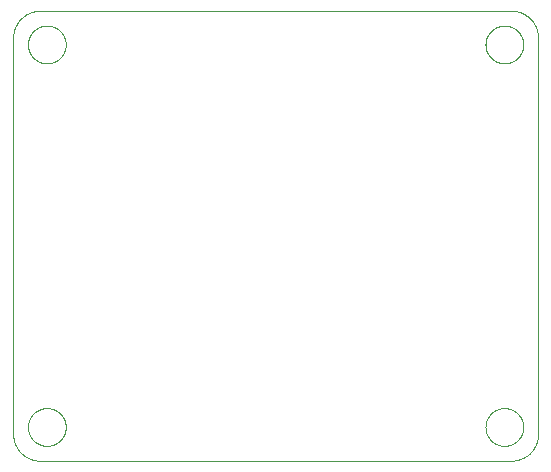
<source format=gbp>
G75*
%MOIN*%
%OFA0B0*%
%FSLAX25Y25*%
%IPPOS*%
%LPD*%
%AMOC8*
5,1,8,0,0,1.08239X$1,22.5*
%
%ADD10C,0.00000*%
D10*
X0079000Y0097500D02*
X0236000Y0097500D01*
X0236217Y0097503D01*
X0236435Y0097511D01*
X0236652Y0097524D01*
X0236869Y0097542D01*
X0237085Y0097566D01*
X0237300Y0097594D01*
X0237515Y0097628D01*
X0237729Y0097668D01*
X0237942Y0097712D01*
X0238154Y0097762D01*
X0238364Y0097816D01*
X0238574Y0097876D01*
X0238781Y0097940D01*
X0238987Y0098010D01*
X0239191Y0098085D01*
X0239394Y0098164D01*
X0239594Y0098249D01*
X0239793Y0098338D01*
X0239989Y0098432D01*
X0240183Y0098531D01*
X0240374Y0098634D01*
X0240563Y0098742D01*
X0240749Y0098855D01*
X0240932Y0098972D01*
X0241113Y0099093D01*
X0241290Y0099219D01*
X0241464Y0099349D01*
X0241636Y0099483D01*
X0241804Y0099621D01*
X0241968Y0099763D01*
X0242129Y0099910D01*
X0242287Y0100060D01*
X0242440Y0100213D01*
X0242590Y0100371D01*
X0242737Y0100532D01*
X0242879Y0100696D01*
X0243017Y0100864D01*
X0243151Y0101036D01*
X0243281Y0101210D01*
X0243407Y0101387D01*
X0243528Y0101568D01*
X0243645Y0101751D01*
X0243758Y0101937D01*
X0243866Y0102126D01*
X0243969Y0102317D01*
X0244068Y0102511D01*
X0244162Y0102707D01*
X0244251Y0102906D01*
X0244336Y0103106D01*
X0244415Y0103309D01*
X0244490Y0103513D01*
X0244560Y0103719D01*
X0244624Y0103926D01*
X0244684Y0104136D01*
X0244738Y0104346D01*
X0244788Y0104558D01*
X0244832Y0104771D01*
X0244872Y0104985D01*
X0244906Y0105200D01*
X0244934Y0105415D01*
X0244958Y0105631D01*
X0244976Y0105848D01*
X0244989Y0106065D01*
X0244997Y0106283D01*
X0245000Y0106500D01*
X0245000Y0238500D01*
X0244997Y0238717D01*
X0244989Y0238935D01*
X0244976Y0239152D01*
X0244958Y0239369D01*
X0244934Y0239585D01*
X0244906Y0239800D01*
X0244872Y0240015D01*
X0244832Y0240229D01*
X0244788Y0240442D01*
X0244738Y0240654D01*
X0244684Y0240864D01*
X0244624Y0241074D01*
X0244560Y0241281D01*
X0244490Y0241487D01*
X0244415Y0241691D01*
X0244336Y0241894D01*
X0244251Y0242094D01*
X0244162Y0242293D01*
X0244068Y0242489D01*
X0243969Y0242683D01*
X0243866Y0242874D01*
X0243758Y0243063D01*
X0243645Y0243249D01*
X0243528Y0243432D01*
X0243407Y0243613D01*
X0243281Y0243790D01*
X0243151Y0243964D01*
X0243017Y0244136D01*
X0242879Y0244304D01*
X0242737Y0244468D01*
X0242590Y0244629D01*
X0242440Y0244787D01*
X0242287Y0244940D01*
X0242129Y0245090D01*
X0241968Y0245237D01*
X0241804Y0245379D01*
X0241636Y0245517D01*
X0241464Y0245651D01*
X0241290Y0245781D01*
X0241113Y0245907D01*
X0240932Y0246028D01*
X0240749Y0246145D01*
X0240563Y0246258D01*
X0240374Y0246366D01*
X0240183Y0246469D01*
X0239989Y0246568D01*
X0239793Y0246662D01*
X0239594Y0246751D01*
X0239394Y0246836D01*
X0239191Y0246915D01*
X0238987Y0246990D01*
X0238781Y0247060D01*
X0238574Y0247124D01*
X0238364Y0247184D01*
X0238154Y0247238D01*
X0237942Y0247288D01*
X0237729Y0247332D01*
X0237515Y0247372D01*
X0237300Y0247406D01*
X0237085Y0247434D01*
X0236869Y0247458D01*
X0236652Y0247476D01*
X0236435Y0247489D01*
X0236217Y0247497D01*
X0236000Y0247500D01*
X0079000Y0247500D01*
X0078783Y0247497D01*
X0078565Y0247489D01*
X0078348Y0247476D01*
X0078131Y0247458D01*
X0077915Y0247434D01*
X0077700Y0247406D01*
X0077485Y0247372D01*
X0077271Y0247332D01*
X0077058Y0247288D01*
X0076846Y0247238D01*
X0076636Y0247184D01*
X0076426Y0247124D01*
X0076219Y0247060D01*
X0076013Y0246990D01*
X0075809Y0246915D01*
X0075606Y0246836D01*
X0075406Y0246751D01*
X0075207Y0246662D01*
X0075011Y0246568D01*
X0074817Y0246469D01*
X0074626Y0246366D01*
X0074437Y0246258D01*
X0074251Y0246145D01*
X0074068Y0246028D01*
X0073887Y0245907D01*
X0073710Y0245781D01*
X0073536Y0245651D01*
X0073364Y0245517D01*
X0073196Y0245379D01*
X0073032Y0245237D01*
X0072871Y0245090D01*
X0072713Y0244940D01*
X0072560Y0244787D01*
X0072410Y0244629D01*
X0072263Y0244468D01*
X0072121Y0244304D01*
X0071983Y0244136D01*
X0071849Y0243964D01*
X0071719Y0243790D01*
X0071593Y0243613D01*
X0071472Y0243432D01*
X0071355Y0243249D01*
X0071242Y0243063D01*
X0071134Y0242874D01*
X0071031Y0242683D01*
X0070932Y0242489D01*
X0070838Y0242293D01*
X0070749Y0242094D01*
X0070664Y0241894D01*
X0070585Y0241691D01*
X0070510Y0241487D01*
X0070440Y0241281D01*
X0070376Y0241074D01*
X0070316Y0240864D01*
X0070262Y0240654D01*
X0070212Y0240442D01*
X0070168Y0240229D01*
X0070128Y0240015D01*
X0070094Y0239800D01*
X0070066Y0239585D01*
X0070042Y0239369D01*
X0070024Y0239152D01*
X0070011Y0238935D01*
X0070003Y0238717D01*
X0070000Y0238500D01*
X0070000Y0106500D01*
X0070003Y0106283D01*
X0070011Y0106065D01*
X0070024Y0105848D01*
X0070042Y0105631D01*
X0070066Y0105415D01*
X0070094Y0105200D01*
X0070128Y0104985D01*
X0070168Y0104771D01*
X0070212Y0104558D01*
X0070262Y0104346D01*
X0070316Y0104136D01*
X0070376Y0103926D01*
X0070440Y0103719D01*
X0070510Y0103513D01*
X0070585Y0103309D01*
X0070664Y0103106D01*
X0070749Y0102906D01*
X0070838Y0102707D01*
X0070932Y0102511D01*
X0071031Y0102317D01*
X0071134Y0102126D01*
X0071242Y0101937D01*
X0071355Y0101751D01*
X0071472Y0101568D01*
X0071593Y0101387D01*
X0071719Y0101210D01*
X0071849Y0101036D01*
X0071983Y0100864D01*
X0072121Y0100696D01*
X0072263Y0100532D01*
X0072410Y0100371D01*
X0072560Y0100213D01*
X0072713Y0100060D01*
X0072871Y0099910D01*
X0073032Y0099763D01*
X0073196Y0099621D01*
X0073364Y0099483D01*
X0073536Y0099349D01*
X0073710Y0099219D01*
X0073887Y0099093D01*
X0074068Y0098972D01*
X0074251Y0098855D01*
X0074437Y0098742D01*
X0074626Y0098634D01*
X0074817Y0098531D01*
X0075011Y0098432D01*
X0075207Y0098338D01*
X0075406Y0098249D01*
X0075606Y0098164D01*
X0075809Y0098085D01*
X0076013Y0098010D01*
X0076219Y0097940D01*
X0076426Y0097876D01*
X0076636Y0097816D01*
X0076846Y0097762D01*
X0077058Y0097712D01*
X0077271Y0097668D01*
X0077485Y0097628D01*
X0077700Y0097594D01*
X0077915Y0097566D01*
X0078131Y0097542D01*
X0078348Y0097524D01*
X0078565Y0097511D01*
X0078783Y0097503D01*
X0079000Y0097500D01*
X0074951Y0108750D02*
X0074953Y0108908D01*
X0074959Y0109066D01*
X0074969Y0109224D01*
X0074983Y0109382D01*
X0075001Y0109539D01*
X0075022Y0109696D01*
X0075048Y0109852D01*
X0075078Y0110008D01*
X0075111Y0110163D01*
X0075149Y0110316D01*
X0075190Y0110469D01*
X0075235Y0110621D01*
X0075284Y0110772D01*
X0075337Y0110921D01*
X0075393Y0111069D01*
X0075453Y0111215D01*
X0075517Y0111360D01*
X0075585Y0111503D01*
X0075656Y0111645D01*
X0075730Y0111785D01*
X0075808Y0111922D01*
X0075890Y0112058D01*
X0075974Y0112192D01*
X0076063Y0112323D01*
X0076154Y0112452D01*
X0076249Y0112579D01*
X0076346Y0112704D01*
X0076447Y0112826D01*
X0076551Y0112945D01*
X0076658Y0113062D01*
X0076768Y0113176D01*
X0076881Y0113287D01*
X0076996Y0113396D01*
X0077114Y0113501D01*
X0077235Y0113603D01*
X0077358Y0113703D01*
X0077484Y0113799D01*
X0077612Y0113892D01*
X0077742Y0113982D01*
X0077875Y0114068D01*
X0078010Y0114152D01*
X0078146Y0114231D01*
X0078285Y0114308D01*
X0078426Y0114380D01*
X0078568Y0114450D01*
X0078712Y0114515D01*
X0078858Y0114577D01*
X0079005Y0114635D01*
X0079154Y0114690D01*
X0079304Y0114741D01*
X0079455Y0114788D01*
X0079607Y0114831D01*
X0079760Y0114870D01*
X0079915Y0114906D01*
X0080070Y0114937D01*
X0080226Y0114965D01*
X0080382Y0114989D01*
X0080539Y0115009D01*
X0080697Y0115025D01*
X0080854Y0115037D01*
X0081013Y0115045D01*
X0081171Y0115049D01*
X0081329Y0115049D01*
X0081487Y0115045D01*
X0081646Y0115037D01*
X0081803Y0115025D01*
X0081961Y0115009D01*
X0082118Y0114989D01*
X0082274Y0114965D01*
X0082430Y0114937D01*
X0082585Y0114906D01*
X0082740Y0114870D01*
X0082893Y0114831D01*
X0083045Y0114788D01*
X0083196Y0114741D01*
X0083346Y0114690D01*
X0083495Y0114635D01*
X0083642Y0114577D01*
X0083788Y0114515D01*
X0083932Y0114450D01*
X0084074Y0114380D01*
X0084215Y0114308D01*
X0084354Y0114231D01*
X0084490Y0114152D01*
X0084625Y0114068D01*
X0084758Y0113982D01*
X0084888Y0113892D01*
X0085016Y0113799D01*
X0085142Y0113703D01*
X0085265Y0113603D01*
X0085386Y0113501D01*
X0085504Y0113396D01*
X0085619Y0113287D01*
X0085732Y0113176D01*
X0085842Y0113062D01*
X0085949Y0112945D01*
X0086053Y0112826D01*
X0086154Y0112704D01*
X0086251Y0112579D01*
X0086346Y0112452D01*
X0086437Y0112323D01*
X0086526Y0112192D01*
X0086610Y0112058D01*
X0086692Y0111922D01*
X0086770Y0111785D01*
X0086844Y0111645D01*
X0086915Y0111503D01*
X0086983Y0111360D01*
X0087047Y0111215D01*
X0087107Y0111069D01*
X0087163Y0110921D01*
X0087216Y0110772D01*
X0087265Y0110621D01*
X0087310Y0110469D01*
X0087351Y0110316D01*
X0087389Y0110163D01*
X0087422Y0110008D01*
X0087452Y0109852D01*
X0087478Y0109696D01*
X0087499Y0109539D01*
X0087517Y0109382D01*
X0087531Y0109224D01*
X0087541Y0109066D01*
X0087547Y0108908D01*
X0087549Y0108750D01*
X0087547Y0108592D01*
X0087541Y0108434D01*
X0087531Y0108276D01*
X0087517Y0108118D01*
X0087499Y0107961D01*
X0087478Y0107804D01*
X0087452Y0107648D01*
X0087422Y0107492D01*
X0087389Y0107337D01*
X0087351Y0107184D01*
X0087310Y0107031D01*
X0087265Y0106879D01*
X0087216Y0106728D01*
X0087163Y0106579D01*
X0087107Y0106431D01*
X0087047Y0106285D01*
X0086983Y0106140D01*
X0086915Y0105997D01*
X0086844Y0105855D01*
X0086770Y0105715D01*
X0086692Y0105578D01*
X0086610Y0105442D01*
X0086526Y0105308D01*
X0086437Y0105177D01*
X0086346Y0105048D01*
X0086251Y0104921D01*
X0086154Y0104796D01*
X0086053Y0104674D01*
X0085949Y0104555D01*
X0085842Y0104438D01*
X0085732Y0104324D01*
X0085619Y0104213D01*
X0085504Y0104104D01*
X0085386Y0103999D01*
X0085265Y0103897D01*
X0085142Y0103797D01*
X0085016Y0103701D01*
X0084888Y0103608D01*
X0084758Y0103518D01*
X0084625Y0103432D01*
X0084490Y0103348D01*
X0084354Y0103269D01*
X0084215Y0103192D01*
X0084074Y0103120D01*
X0083932Y0103050D01*
X0083788Y0102985D01*
X0083642Y0102923D01*
X0083495Y0102865D01*
X0083346Y0102810D01*
X0083196Y0102759D01*
X0083045Y0102712D01*
X0082893Y0102669D01*
X0082740Y0102630D01*
X0082585Y0102594D01*
X0082430Y0102563D01*
X0082274Y0102535D01*
X0082118Y0102511D01*
X0081961Y0102491D01*
X0081803Y0102475D01*
X0081646Y0102463D01*
X0081487Y0102455D01*
X0081329Y0102451D01*
X0081171Y0102451D01*
X0081013Y0102455D01*
X0080854Y0102463D01*
X0080697Y0102475D01*
X0080539Y0102491D01*
X0080382Y0102511D01*
X0080226Y0102535D01*
X0080070Y0102563D01*
X0079915Y0102594D01*
X0079760Y0102630D01*
X0079607Y0102669D01*
X0079455Y0102712D01*
X0079304Y0102759D01*
X0079154Y0102810D01*
X0079005Y0102865D01*
X0078858Y0102923D01*
X0078712Y0102985D01*
X0078568Y0103050D01*
X0078426Y0103120D01*
X0078285Y0103192D01*
X0078146Y0103269D01*
X0078010Y0103348D01*
X0077875Y0103432D01*
X0077742Y0103518D01*
X0077612Y0103608D01*
X0077484Y0103701D01*
X0077358Y0103797D01*
X0077235Y0103897D01*
X0077114Y0103999D01*
X0076996Y0104104D01*
X0076881Y0104213D01*
X0076768Y0104324D01*
X0076658Y0104438D01*
X0076551Y0104555D01*
X0076447Y0104674D01*
X0076346Y0104796D01*
X0076249Y0104921D01*
X0076154Y0105048D01*
X0076063Y0105177D01*
X0075974Y0105308D01*
X0075890Y0105442D01*
X0075808Y0105578D01*
X0075730Y0105715D01*
X0075656Y0105855D01*
X0075585Y0105997D01*
X0075517Y0106140D01*
X0075453Y0106285D01*
X0075393Y0106431D01*
X0075337Y0106579D01*
X0075284Y0106728D01*
X0075235Y0106879D01*
X0075190Y0107031D01*
X0075149Y0107184D01*
X0075111Y0107337D01*
X0075078Y0107492D01*
X0075048Y0107648D01*
X0075022Y0107804D01*
X0075001Y0107961D01*
X0074983Y0108118D01*
X0074969Y0108276D01*
X0074959Y0108434D01*
X0074953Y0108592D01*
X0074951Y0108750D01*
X0074951Y0236250D02*
X0074953Y0236408D01*
X0074959Y0236566D01*
X0074969Y0236724D01*
X0074983Y0236882D01*
X0075001Y0237039D01*
X0075022Y0237196D01*
X0075048Y0237352D01*
X0075078Y0237508D01*
X0075111Y0237663D01*
X0075149Y0237816D01*
X0075190Y0237969D01*
X0075235Y0238121D01*
X0075284Y0238272D01*
X0075337Y0238421D01*
X0075393Y0238569D01*
X0075453Y0238715D01*
X0075517Y0238860D01*
X0075585Y0239003D01*
X0075656Y0239145D01*
X0075730Y0239285D01*
X0075808Y0239422D01*
X0075890Y0239558D01*
X0075974Y0239692D01*
X0076063Y0239823D01*
X0076154Y0239952D01*
X0076249Y0240079D01*
X0076346Y0240204D01*
X0076447Y0240326D01*
X0076551Y0240445D01*
X0076658Y0240562D01*
X0076768Y0240676D01*
X0076881Y0240787D01*
X0076996Y0240896D01*
X0077114Y0241001D01*
X0077235Y0241103D01*
X0077358Y0241203D01*
X0077484Y0241299D01*
X0077612Y0241392D01*
X0077742Y0241482D01*
X0077875Y0241568D01*
X0078010Y0241652D01*
X0078146Y0241731D01*
X0078285Y0241808D01*
X0078426Y0241880D01*
X0078568Y0241950D01*
X0078712Y0242015D01*
X0078858Y0242077D01*
X0079005Y0242135D01*
X0079154Y0242190D01*
X0079304Y0242241D01*
X0079455Y0242288D01*
X0079607Y0242331D01*
X0079760Y0242370D01*
X0079915Y0242406D01*
X0080070Y0242437D01*
X0080226Y0242465D01*
X0080382Y0242489D01*
X0080539Y0242509D01*
X0080697Y0242525D01*
X0080854Y0242537D01*
X0081013Y0242545D01*
X0081171Y0242549D01*
X0081329Y0242549D01*
X0081487Y0242545D01*
X0081646Y0242537D01*
X0081803Y0242525D01*
X0081961Y0242509D01*
X0082118Y0242489D01*
X0082274Y0242465D01*
X0082430Y0242437D01*
X0082585Y0242406D01*
X0082740Y0242370D01*
X0082893Y0242331D01*
X0083045Y0242288D01*
X0083196Y0242241D01*
X0083346Y0242190D01*
X0083495Y0242135D01*
X0083642Y0242077D01*
X0083788Y0242015D01*
X0083932Y0241950D01*
X0084074Y0241880D01*
X0084215Y0241808D01*
X0084354Y0241731D01*
X0084490Y0241652D01*
X0084625Y0241568D01*
X0084758Y0241482D01*
X0084888Y0241392D01*
X0085016Y0241299D01*
X0085142Y0241203D01*
X0085265Y0241103D01*
X0085386Y0241001D01*
X0085504Y0240896D01*
X0085619Y0240787D01*
X0085732Y0240676D01*
X0085842Y0240562D01*
X0085949Y0240445D01*
X0086053Y0240326D01*
X0086154Y0240204D01*
X0086251Y0240079D01*
X0086346Y0239952D01*
X0086437Y0239823D01*
X0086526Y0239692D01*
X0086610Y0239558D01*
X0086692Y0239422D01*
X0086770Y0239285D01*
X0086844Y0239145D01*
X0086915Y0239003D01*
X0086983Y0238860D01*
X0087047Y0238715D01*
X0087107Y0238569D01*
X0087163Y0238421D01*
X0087216Y0238272D01*
X0087265Y0238121D01*
X0087310Y0237969D01*
X0087351Y0237816D01*
X0087389Y0237663D01*
X0087422Y0237508D01*
X0087452Y0237352D01*
X0087478Y0237196D01*
X0087499Y0237039D01*
X0087517Y0236882D01*
X0087531Y0236724D01*
X0087541Y0236566D01*
X0087547Y0236408D01*
X0087549Y0236250D01*
X0087547Y0236092D01*
X0087541Y0235934D01*
X0087531Y0235776D01*
X0087517Y0235618D01*
X0087499Y0235461D01*
X0087478Y0235304D01*
X0087452Y0235148D01*
X0087422Y0234992D01*
X0087389Y0234837D01*
X0087351Y0234684D01*
X0087310Y0234531D01*
X0087265Y0234379D01*
X0087216Y0234228D01*
X0087163Y0234079D01*
X0087107Y0233931D01*
X0087047Y0233785D01*
X0086983Y0233640D01*
X0086915Y0233497D01*
X0086844Y0233355D01*
X0086770Y0233215D01*
X0086692Y0233078D01*
X0086610Y0232942D01*
X0086526Y0232808D01*
X0086437Y0232677D01*
X0086346Y0232548D01*
X0086251Y0232421D01*
X0086154Y0232296D01*
X0086053Y0232174D01*
X0085949Y0232055D01*
X0085842Y0231938D01*
X0085732Y0231824D01*
X0085619Y0231713D01*
X0085504Y0231604D01*
X0085386Y0231499D01*
X0085265Y0231397D01*
X0085142Y0231297D01*
X0085016Y0231201D01*
X0084888Y0231108D01*
X0084758Y0231018D01*
X0084625Y0230932D01*
X0084490Y0230848D01*
X0084354Y0230769D01*
X0084215Y0230692D01*
X0084074Y0230620D01*
X0083932Y0230550D01*
X0083788Y0230485D01*
X0083642Y0230423D01*
X0083495Y0230365D01*
X0083346Y0230310D01*
X0083196Y0230259D01*
X0083045Y0230212D01*
X0082893Y0230169D01*
X0082740Y0230130D01*
X0082585Y0230094D01*
X0082430Y0230063D01*
X0082274Y0230035D01*
X0082118Y0230011D01*
X0081961Y0229991D01*
X0081803Y0229975D01*
X0081646Y0229963D01*
X0081487Y0229955D01*
X0081329Y0229951D01*
X0081171Y0229951D01*
X0081013Y0229955D01*
X0080854Y0229963D01*
X0080697Y0229975D01*
X0080539Y0229991D01*
X0080382Y0230011D01*
X0080226Y0230035D01*
X0080070Y0230063D01*
X0079915Y0230094D01*
X0079760Y0230130D01*
X0079607Y0230169D01*
X0079455Y0230212D01*
X0079304Y0230259D01*
X0079154Y0230310D01*
X0079005Y0230365D01*
X0078858Y0230423D01*
X0078712Y0230485D01*
X0078568Y0230550D01*
X0078426Y0230620D01*
X0078285Y0230692D01*
X0078146Y0230769D01*
X0078010Y0230848D01*
X0077875Y0230932D01*
X0077742Y0231018D01*
X0077612Y0231108D01*
X0077484Y0231201D01*
X0077358Y0231297D01*
X0077235Y0231397D01*
X0077114Y0231499D01*
X0076996Y0231604D01*
X0076881Y0231713D01*
X0076768Y0231824D01*
X0076658Y0231938D01*
X0076551Y0232055D01*
X0076447Y0232174D01*
X0076346Y0232296D01*
X0076249Y0232421D01*
X0076154Y0232548D01*
X0076063Y0232677D01*
X0075974Y0232808D01*
X0075890Y0232942D01*
X0075808Y0233078D01*
X0075730Y0233215D01*
X0075656Y0233355D01*
X0075585Y0233497D01*
X0075517Y0233640D01*
X0075453Y0233785D01*
X0075393Y0233931D01*
X0075337Y0234079D01*
X0075284Y0234228D01*
X0075235Y0234379D01*
X0075190Y0234531D01*
X0075149Y0234684D01*
X0075111Y0234837D01*
X0075078Y0234992D01*
X0075048Y0235148D01*
X0075022Y0235304D01*
X0075001Y0235461D01*
X0074983Y0235618D01*
X0074969Y0235776D01*
X0074959Y0235934D01*
X0074953Y0236092D01*
X0074951Y0236250D01*
X0227451Y0236250D02*
X0227453Y0236408D01*
X0227459Y0236566D01*
X0227469Y0236724D01*
X0227483Y0236882D01*
X0227501Y0237039D01*
X0227522Y0237196D01*
X0227548Y0237352D01*
X0227578Y0237508D01*
X0227611Y0237663D01*
X0227649Y0237816D01*
X0227690Y0237969D01*
X0227735Y0238121D01*
X0227784Y0238272D01*
X0227837Y0238421D01*
X0227893Y0238569D01*
X0227953Y0238715D01*
X0228017Y0238860D01*
X0228085Y0239003D01*
X0228156Y0239145D01*
X0228230Y0239285D01*
X0228308Y0239422D01*
X0228390Y0239558D01*
X0228474Y0239692D01*
X0228563Y0239823D01*
X0228654Y0239952D01*
X0228749Y0240079D01*
X0228846Y0240204D01*
X0228947Y0240326D01*
X0229051Y0240445D01*
X0229158Y0240562D01*
X0229268Y0240676D01*
X0229381Y0240787D01*
X0229496Y0240896D01*
X0229614Y0241001D01*
X0229735Y0241103D01*
X0229858Y0241203D01*
X0229984Y0241299D01*
X0230112Y0241392D01*
X0230242Y0241482D01*
X0230375Y0241568D01*
X0230510Y0241652D01*
X0230646Y0241731D01*
X0230785Y0241808D01*
X0230926Y0241880D01*
X0231068Y0241950D01*
X0231212Y0242015D01*
X0231358Y0242077D01*
X0231505Y0242135D01*
X0231654Y0242190D01*
X0231804Y0242241D01*
X0231955Y0242288D01*
X0232107Y0242331D01*
X0232260Y0242370D01*
X0232415Y0242406D01*
X0232570Y0242437D01*
X0232726Y0242465D01*
X0232882Y0242489D01*
X0233039Y0242509D01*
X0233197Y0242525D01*
X0233354Y0242537D01*
X0233513Y0242545D01*
X0233671Y0242549D01*
X0233829Y0242549D01*
X0233987Y0242545D01*
X0234146Y0242537D01*
X0234303Y0242525D01*
X0234461Y0242509D01*
X0234618Y0242489D01*
X0234774Y0242465D01*
X0234930Y0242437D01*
X0235085Y0242406D01*
X0235240Y0242370D01*
X0235393Y0242331D01*
X0235545Y0242288D01*
X0235696Y0242241D01*
X0235846Y0242190D01*
X0235995Y0242135D01*
X0236142Y0242077D01*
X0236288Y0242015D01*
X0236432Y0241950D01*
X0236574Y0241880D01*
X0236715Y0241808D01*
X0236854Y0241731D01*
X0236990Y0241652D01*
X0237125Y0241568D01*
X0237258Y0241482D01*
X0237388Y0241392D01*
X0237516Y0241299D01*
X0237642Y0241203D01*
X0237765Y0241103D01*
X0237886Y0241001D01*
X0238004Y0240896D01*
X0238119Y0240787D01*
X0238232Y0240676D01*
X0238342Y0240562D01*
X0238449Y0240445D01*
X0238553Y0240326D01*
X0238654Y0240204D01*
X0238751Y0240079D01*
X0238846Y0239952D01*
X0238937Y0239823D01*
X0239026Y0239692D01*
X0239110Y0239558D01*
X0239192Y0239422D01*
X0239270Y0239285D01*
X0239344Y0239145D01*
X0239415Y0239003D01*
X0239483Y0238860D01*
X0239547Y0238715D01*
X0239607Y0238569D01*
X0239663Y0238421D01*
X0239716Y0238272D01*
X0239765Y0238121D01*
X0239810Y0237969D01*
X0239851Y0237816D01*
X0239889Y0237663D01*
X0239922Y0237508D01*
X0239952Y0237352D01*
X0239978Y0237196D01*
X0239999Y0237039D01*
X0240017Y0236882D01*
X0240031Y0236724D01*
X0240041Y0236566D01*
X0240047Y0236408D01*
X0240049Y0236250D01*
X0240047Y0236092D01*
X0240041Y0235934D01*
X0240031Y0235776D01*
X0240017Y0235618D01*
X0239999Y0235461D01*
X0239978Y0235304D01*
X0239952Y0235148D01*
X0239922Y0234992D01*
X0239889Y0234837D01*
X0239851Y0234684D01*
X0239810Y0234531D01*
X0239765Y0234379D01*
X0239716Y0234228D01*
X0239663Y0234079D01*
X0239607Y0233931D01*
X0239547Y0233785D01*
X0239483Y0233640D01*
X0239415Y0233497D01*
X0239344Y0233355D01*
X0239270Y0233215D01*
X0239192Y0233078D01*
X0239110Y0232942D01*
X0239026Y0232808D01*
X0238937Y0232677D01*
X0238846Y0232548D01*
X0238751Y0232421D01*
X0238654Y0232296D01*
X0238553Y0232174D01*
X0238449Y0232055D01*
X0238342Y0231938D01*
X0238232Y0231824D01*
X0238119Y0231713D01*
X0238004Y0231604D01*
X0237886Y0231499D01*
X0237765Y0231397D01*
X0237642Y0231297D01*
X0237516Y0231201D01*
X0237388Y0231108D01*
X0237258Y0231018D01*
X0237125Y0230932D01*
X0236990Y0230848D01*
X0236854Y0230769D01*
X0236715Y0230692D01*
X0236574Y0230620D01*
X0236432Y0230550D01*
X0236288Y0230485D01*
X0236142Y0230423D01*
X0235995Y0230365D01*
X0235846Y0230310D01*
X0235696Y0230259D01*
X0235545Y0230212D01*
X0235393Y0230169D01*
X0235240Y0230130D01*
X0235085Y0230094D01*
X0234930Y0230063D01*
X0234774Y0230035D01*
X0234618Y0230011D01*
X0234461Y0229991D01*
X0234303Y0229975D01*
X0234146Y0229963D01*
X0233987Y0229955D01*
X0233829Y0229951D01*
X0233671Y0229951D01*
X0233513Y0229955D01*
X0233354Y0229963D01*
X0233197Y0229975D01*
X0233039Y0229991D01*
X0232882Y0230011D01*
X0232726Y0230035D01*
X0232570Y0230063D01*
X0232415Y0230094D01*
X0232260Y0230130D01*
X0232107Y0230169D01*
X0231955Y0230212D01*
X0231804Y0230259D01*
X0231654Y0230310D01*
X0231505Y0230365D01*
X0231358Y0230423D01*
X0231212Y0230485D01*
X0231068Y0230550D01*
X0230926Y0230620D01*
X0230785Y0230692D01*
X0230646Y0230769D01*
X0230510Y0230848D01*
X0230375Y0230932D01*
X0230242Y0231018D01*
X0230112Y0231108D01*
X0229984Y0231201D01*
X0229858Y0231297D01*
X0229735Y0231397D01*
X0229614Y0231499D01*
X0229496Y0231604D01*
X0229381Y0231713D01*
X0229268Y0231824D01*
X0229158Y0231938D01*
X0229051Y0232055D01*
X0228947Y0232174D01*
X0228846Y0232296D01*
X0228749Y0232421D01*
X0228654Y0232548D01*
X0228563Y0232677D01*
X0228474Y0232808D01*
X0228390Y0232942D01*
X0228308Y0233078D01*
X0228230Y0233215D01*
X0228156Y0233355D01*
X0228085Y0233497D01*
X0228017Y0233640D01*
X0227953Y0233785D01*
X0227893Y0233931D01*
X0227837Y0234079D01*
X0227784Y0234228D01*
X0227735Y0234379D01*
X0227690Y0234531D01*
X0227649Y0234684D01*
X0227611Y0234837D01*
X0227578Y0234992D01*
X0227548Y0235148D01*
X0227522Y0235304D01*
X0227501Y0235461D01*
X0227483Y0235618D01*
X0227469Y0235776D01*
X0227459Y0235934D01*
X0227453Y0236092D01*
X0227451Y0236250D01*
X0227451Y0108750D02*
X0227453Y0108908D01*
X0227459Y0109066D01*
X0227469Y0109224D01*
X0227483Y0109382D01*
X0227501Y0109539D01*
X0227522Y0109696D01*
X0227548Y0109852D01*
X0227578Y0110008D01*
X0227611Y0110163D01*
X0227649Y0110316D01*
X0227690Y0110469D01*
X0227735Y0110621D01*
X0227784Y0110772D01*
X0227837Y0110921D01*
X0227893Y0111069D01*
X0227953Y0111215D01*
X0228017Y0111360D01*
X0228085Y0111503D01*
X0228156Y0111645D01*
X0228230Y0111785D01*
X0228308Y0111922D01*
X0228390Y0112058D01*
X0228474Y0112192D01*
X0228563Y0112323D01*
X0228654Y0112452D01*
X0228749Y0112579D01*
X0228846Y0112704D01*
X0228947Y0112826D01*
X0229051Y0112945D01*
X0229158Y0113062D01*
X0229268Y0113176D01*
X0229381Y0113287D01*
X0229496Y0113396D01*
X0229614Y0113501D01*
X0229735Y0113603D01*
X0229858Y0113703D01*
X0229984Y0113799D01*
X0230112Y0113892D01*
X0230242Y0113982D01*
X0230375Y0114068D01*
X0230510Y0114152D01*
X0230646Y0114231D01*
X0230785Y0114308D01*
X0230926Y0114380D01*
X0231068Y0114450D01*
X0231212Y0114515D01*
X0231358Y0114577D01*
X0231505Y0114635D01*
X0231654Y0114690D01*
X0231804Y0114741D01*
X0231955Y0114788D01*
X0232107Y0114831D01*
X0232260Y0114870D01*
X0232415Y0114906D01*
X0232570Y0114937D01*
X0232726Y0114965D01*
X0232882Y0114989D01*
X0233039Y0115009D01*
X0233197Y0115025D01*
X0233354Y0115037D01*
X0233513Y0115045D01*
X0233671Y0115049D01*
X0233829Y0115049D01*
X0233987Y0115045D01*
X0234146Y0115037D01*
X0234303Y0115025D01*
X0234461Y0115009D01*
X0234618Y0114989D01*
X0234774Y0114965D01*
X0234930Y0114937D01*
X0235085Y0114906D01*
X0235240Y0114870D01*
X0235393Y0114831D01*
X0235545Y0114788D01*
X0235696Y0114741D01*
X0235846Y0114690D01*
X0235995Y0114635D01*
X0236142Y0114577D01*
X0236288Y0114515D01*
X0236432Y0114450D01*
X0236574Y0114380D01*
X0236715Y0114308D01*
X0236854Y0114231D01*
X0236990Y0114152D01*
X0237125Y0114068D01*
X0237258Y0113982D01*
X0237388Y0113892D01*
X0237516Y0113799D01*
X0237642Y0113703D01*
X0237765Y0113603D01*
X0237886Y0113501D01*
X0238004Y0113396D01*
X0238119Y0113287D01*
X0238232Y0113176D01*
X0238342Y0113062D01*
X0238449Y0112945D01*
X0238553Y0112826D01*
X0238654Y0112704D01*
X0238751Y0112579D01*
X0238846Y0112452D01*
X0238937Y0112323D01*
X0239026Y0112192D01*
X0239110Y0112058D01*
X0239192Y0111922D01*
X0239270Y0111785D01*
X0239344Y0111645D01*
X0239415Y0111503D01*
X0239483Y0111360D01*
X0239547Y0111215D01*
X0239607Y0111069D01*
X0239663Y0110921D01*
X0239716Y0110772D01*
X0239765Y0110621D01*
X0239810Y0110469D01*
X0239851Y0110316D01*
X0239889Y0110163D01*
X0239922Y0110008D01*
X0239952Y0109852D01*
X0239978Y0109696D01*
X0239999Y0109539D01*
X0240017Y0109382D01*
X0240031Y0109224D01*
X0240041Y0109066D01*
X0240047Y0108908D01*
X0240049Y0108750D01*
X0240047Y0108592D01*
X0240041Y0108434D01*
X0240031Y0108276D01*
X0240017Y0108118D01*
X0239999Y0107961D01*
X0239978Y0107804D01*
X0239952Y0107648D01*
X0239922Y0107492D01*
X0239889Y0107337D01*
X0239851Y0107184D01*
X0239810Y0107031D01*
X0239765Y0106879D01*
X0239716Y0106728D01*
X0239663Y0106579D01*
X0239607Y0106431D01*
X0239547Y0106285D01*
X0239483Y0106140D01*
X0239415Y0105997D01*
X0239344Y0105855D01*
X0239270Y0105715D01*
X0239192Y0105578D01*
X0239110Y0105442D01*
X0239026Y0105308D01*
X0238937Y0105177D01*
X0238846Y0105048D01*
X0238751Y0104921D01*
X0238654Y0104796D01*
X0238553Y0104674D01*
X0238449Y0104555D01*
X0238342Y0104438D01*
X0238232Y0104324D01*
X0238119Y0104213D01*
X0238004Y0104104D01*
X0237886Y0103999D01*
X0237765Y0103897D01*
X0237642Y0103797D01*
X0237516Y0103701D01*
X0237388Y0103608D01*
X0237258Y0103518D01*
X0237125Y0103432D01*
X0236990Y0103348D01*
X0236854Y0103269D01*
X0236715Y0103192D01*
X0236574Y0103120D01*
X0236432Y0103050D01*
X0236288Y0102985D01*
X0236142Y0102923D01*
X0235995Y0102865D01*
X0235846Y0102810D01*
X0235696Y0102759D01*
X0235545Y0102712D01*
X0235393Y0102669D01*
X0235240Y0102630D01*
X0235085Y0102594D01*
X0234930Y0102563D01*
X0234774Y0102535D01*
X0234618Y0102511D01*
X0234461Y0102491D01*
X0234303Y0102475D01*
X0234146Y0102463D01*
X0233987Y0102455D01*
X0233829Y0102451D01*
X0233671Y0102451D01*
X0233513Y0102455D01*
X0233354Y0102463D01*
X0233197Y0102475D01*
X0233039Y0102491D01*
X0232882Y0102511D01*
X0232726Y0102535D01*
X0232570Y0102563D01*
X0232415Y0102594D01*
X0232260Y0102630D01*
X0232107Y0102669D01*
X0231955Y0102712D01*
X0231804Y0102759D01*
X0231654Y0102810D01*
X0231505Y0102865D01*
X0231358Y0102923D01*
X0231212Y0102985D01*
X0231068Y0103050D01*
X0230926Y0103120D01*
X0230785Y0103192D01*
X0230646Y0103269D01*
X0230510Y0103348D01*
X0230375Y0103432D01*
X0230242Y0103518D01*
X0230112Y0103608D01*
X0229984Y0103701D01*
X0229858Y0103797D01*
X0229735Y0103897D01*
X0229614Y0103999D01*
X0229496Y0104104D01*
X0229381Y0104213D01*
X0229268Y0104324D01*
X0229158Y0104438D01*
X0229051Y0104555D01*
X0228947Y0104674D01*
X0228846Y0104796D01*
X0228749Y0104921D01*
X0228654Y0105048D01*
X0228563Y0105177D01*
X0228474Y0105308D01*
X0228390Y0105442D01*
X0228308Y0105578D01*
X0228230Y0105715D01*
X0228156Y0105855D01*
X0228085Y0105997D01*
X0228017Y0106140D01*
X0227953Y0106285D01*
X0227893Y0106431D01*
X0227837Y0106579D01*
X0227784Y0106728D01*
X0227735Y0106879D01*
X0227690Y0107031D01*
X0227649Y0107184D01*
X0227611Y0107337D01*
X0227578Y0107492D01*
X0227548Y0107648D01*
X0227522Y0107804D01*
X0227501Y0107961D01*
X0227483Y0108118D01*
X0227469Y0108276D01*
X0227459Y0108434D01*
X0227453Y0108592D01*
X0227451Y0108750D01*
M02*

</source>
